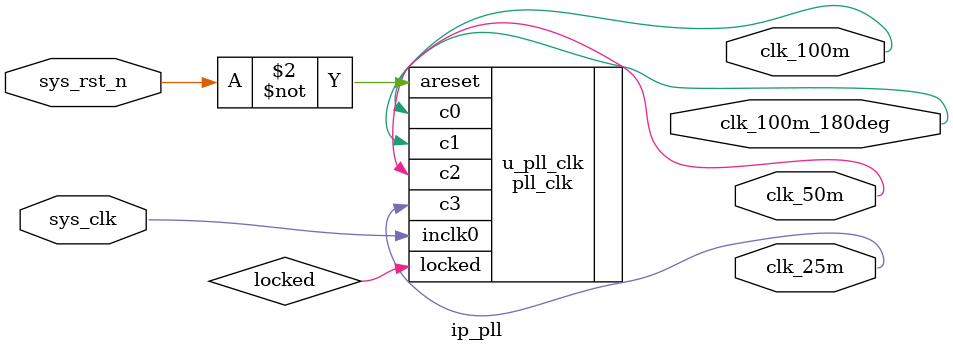
<source format=v>

module ip_pll(
    input   sys_clk         ,
    input   sys_rst_n       ,
    
    output  clk_100m        ,
    output  clk_100m_180deg ,
    output  clk_50m         ,
    output  clk_25m
);

// Define wire
wire rst_n;
wire locked;

//*****************************************************
//**                    Main code
//*****************************************************

assign rst_n = sys_rst_n & locked;

pll_clk	u_pll_clk (
	.areset	(~sys_rst_n		),
	.inclk0	(sys_clk		),
	.c0		(clk_100m		),
	.c1		(clk_100m_180deg),
	.c2		(clk_50m		),
	.c3		(clk_25m		),
	.locked	(locked			)
	);

endmodule
</source>
